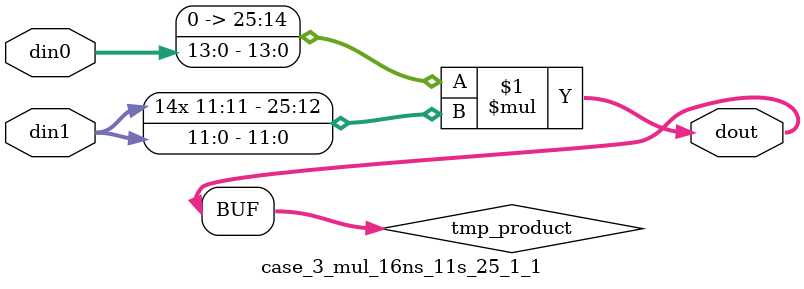
<source format=v>

`timescale 1 ns / 1 ps

 (* use_dsp = "no" *)  module case_3_mul_16ns_11s_25_1_1(din0, din1, dout);
parameter ID = 1;
parameter NUM_STAGE = 0;
parameter din0_WIDTH = 14;
parameter din1_WIDTH = 12;
parameter dout_WIDTH = 26;

input [din0_WIDTH - 1 : 0] din0; 
input [din1_WIDTH - 1 : 0] din1; 
output [dout_WIDTH - 1 : 0] dout;

wire signed [dout_WIDTH - 1 : 0] tmp_product;

























assign tmp_product = $signed({1'b0, din0}) * $signed(din1);










assign dout = tmp_product;





















endmodule

</source>
